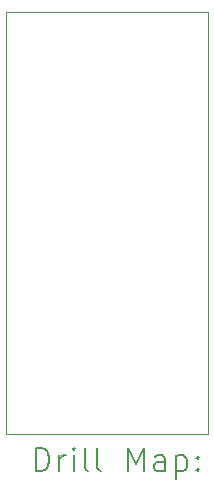
<source format=gbr>
%TF.GenerationSoftware,KiCad,Pcbnew,(6.0.11)*%
%TF.CreationDate,2024-01-03T21:38:48+00:00*%
%TF.ProjectId,BBCB-SWROM-32,42424342-2d53-4575-924f-4d2d33322e6b,rev?*%
%TF.SameCoordinates,Original*%
%TF.FileFunction,Drillmap*%
%TF.FilePolarity,Positive*%
%FSLAX45Y45*%
G04 Gerber Fmt 4.5, Leading zero omitted, Abs format (unit mm)*
G04 Created by KiCad (PCBNEW (6.0.11)) date 2024-01-03 21:38:48*
%MOMM*%
%LPD*%
G01*
G04 APERTURE LIST*
%ADD10C,0.100000*%
%ADD11C,0.200000*%
G04 APERTURE END LIST*
D10*
X14456000Y-10410000D02*
X16170000Y-10410000D01*
X16170000Y-10410000D02*
X16170000Y-6841000D01*
X16170000Y-6841000D02*
X14456000Y-6841000D01*
X14456000Y-6841000D02*
X14456000Y-10410000D01*
D11*
X14708619Y-10725476D02*
X14708619Y-10525476D01*
X14756238Y-10525476D01*
X14784809Y-10535000D01*
X14803857Y-10554048D01*
X14813381Y-10573095D01*
X14822905Y-10611190D01*
X14822905Y-10639762D01*
X14813381Y-10677857D01*
X14803857Y-10696905D01*
X14784809Y-10715952D01*
X14756238Y-10725476D01*
X14708619Y-10725476D01*
X14908619Y-10725476D02*
X14908619Y-10592143D01*
X14908619Y-10630238D02*
X14918143Y-10611190D01*
X14927667Y-10601667D01*
X14946714Y-10592143D01*
X14965762Y-10592143D01*
X15032428Y-10725476D02*
X15032428Y-10592143D01*
X15032428Y-10525476D02*
X15022905Y-10535000D01*
X15032428Y-10544524D01*
X15041952Y-10535000D01*
X15032428Y-10525476D01*
X15032428Y-10544524D01*
X15156238Y-10725476D02*
X15137190Y-10715952D01*
X15127667Y-10696905D01*
X15127667Y-10525476D01*
X15261000Y-10725476D02*
X15241952Y-10715952D01*
X15232428Y-10696905D01*
X15232428Y-10525476D01*
X15489571Y-10725476D02*
X15489571Y-10525476D01*
X15556238Y-10668333D01*
X15622905Y-10525476D01*
X15622905Y-10725476D01*
X15803857Y-10725476D02*
X15803857Y-10620714D01*
X15794333Y-10601667D01*
X15775286Y-10592143D01*
X15737190Y-10592143D01*
X15718143Y-10601667D01*
X15803857Y-10715952D02*
X15784809Y-10725476D01*
X15737190Y-10725476D01*
X15718143Y-10715952D01*
X15708619Y-10696905D01*
X15708619Y-10677857D01*
X15718143Y-10658810D01*
X15737190Y-10649286D01*
X15784809Y-10649286D01*
X15803857Y-10639762D01*
X15899095Y-10592143D02*
X15899095Y-10792143D01*
X15899095Y-10601667D02*
X15918143Y-10592143D01*
X15956238Y-10592143D01*
X15975286Y-10601667D01*
X15984809Y-10611190D01*
X15994333Y-10630238D01*
X15994333Y-10687381D01*
X15984809Y-10706429D01*
X15975286Y-10715952D01*
X15956238Y-10725476D01*
X15918143Y-10725476D01*
X15899095Y-10715952D01*
X16080048Y-10706429D02*
X16089571Y-10715952D01*
X16080048Y-10725476D01*
X16070524Y-10715952D01*
X16080048Y-10706429D01*
X16080048Y-10725476D01*
X16080048Y-10601667D02*
X16089571Y-10611190D01*
X16080048Y-10620714D01*
X16070524Y-10611190D01*
X16080048Y-10601667D01*
X16080048Y-10620714D01*
M02*

</source>
